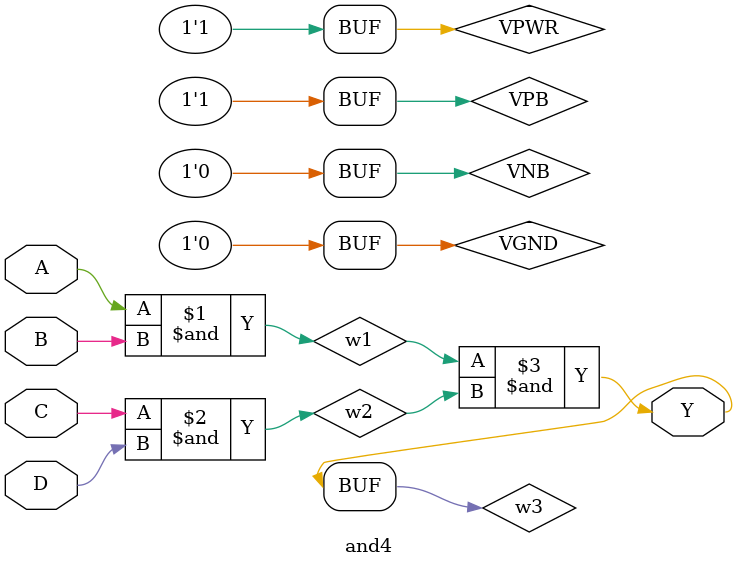
<source format=v>
module and4 (
    output Y,
    input A, B, C, D
);

    // Voltage supply signals
    supply1 VPWR;
    supply0 VGND;
    supply1 VPB ;
    supply0 VNB ;

    wire w1, w2, w3;
    
    and u1 (w1, A, B);
    and u2 (w2, C, D);
    and u3 (w3, w1, w2);
    
    assign Y = w3;

endmodule
</source>
